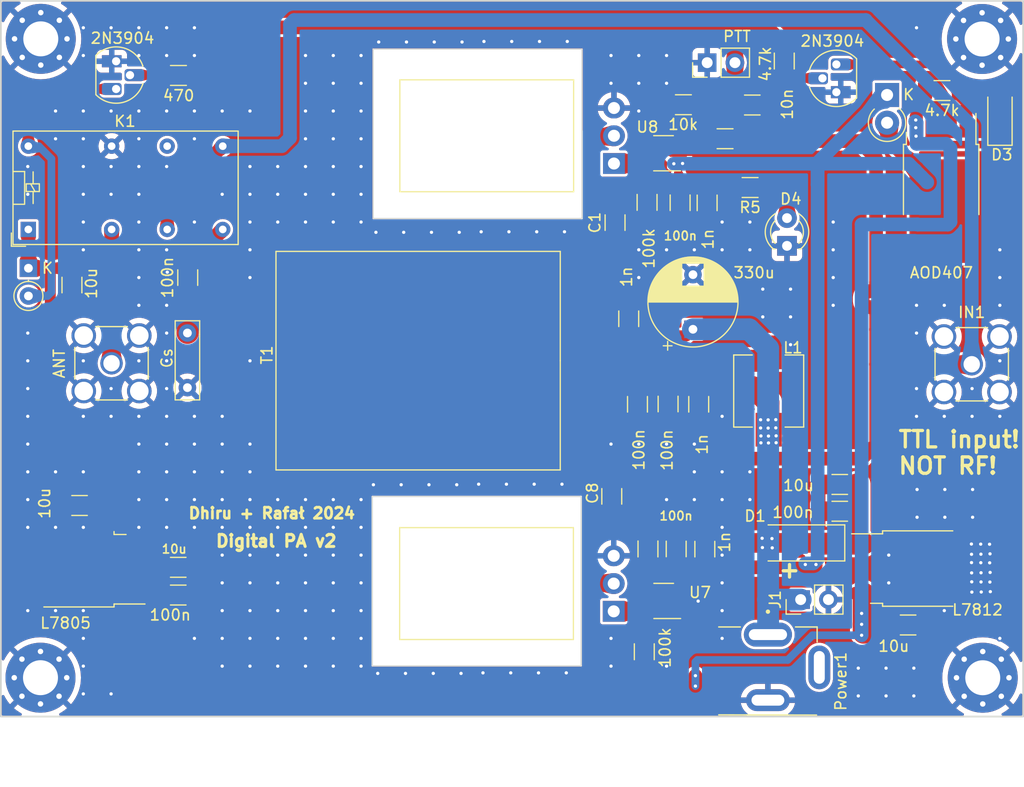
<source format=kicad_pcb>
(kicad_pcb (version 20240108) (generator "pcbnew") (generator_version "8.0")
  (title_block (date "2023-11-21") (comment 1 "VU3CER's Push-Pull PA board"))
  (layers (0 "F.Cu" signal) (31 "B.Cu" signal) (34 "B.Paste" user) (35 "F.Paste" user) (36 "B.SilkS" user "B.Silkscreen") (37 "F.SilkS" user "F.Silkscreen") (38 "B.Mask" user) (39 "F.Mask" user) (44 "Edge.Cuts" user))
  (net 0 "")
  (net 1 "GND")
  (net 2 "+5V")
  (net 3 "Net-(T1-S2)")
  (net 4 "+VDC")
  (net 5 "11.5V")
  (net 6 "Net-(D1-K)")
  (net 7 "Net-(Q3-D)")
  (net 8 "+12V")
  (net 9 "Net-(Q4-D)")
  (net 10 "Net-(Q3-G)")
  (net 11 "Net-(Q4-G)")
  (net 12 "RF_OUT")
  (net 13 "Rig1")
  (net 14 "Net-(D2-A)")
  (net 15 "ANTENNA")
  (net 17 "Net-(Q5-B)")
  (net 18 "PTT")
  (net 20 "Net-(D3-A)")
  (net 21 "Net-(Q2-B)")
  (net 22 "Net-(D4-Pad2)")
  (net 23 "Net-(D5-A)")
  (net 24 "Net-(R8-Pad1)")
  (net 25 "Net-(R9-Pad1)")
  (net 26 "Net-(T1-PM)")
  (footprint "footprints:BN-43-3312-Modded" (layer "F.Cu") (at 76.19 63.87)
    (property "Reference" "T1")
    (property "Value" "BN-43-3312, 1T+1T:3T")
  )
  (footprint "Diode_THT:D_DO-35_SOD27_P2.54mm_Vertical_KathodeUp" (layer "F.Cu") (at 40.55 55.41 -90)
    (property "Reference" "D2" (hide yes))
    (property "Value" "1N4148" (hide yes))
  )
  (footprint "Relay_THT:Relay_DPDT_Omron_G5V-2" (layer "F.Cu") (at 40.54 51.86 90)
    (property "Reference" "K1")
    (property "Value" "Omron G5V-2 / OEN 46-05-2C" (hide yes))
  )
  (footprint "Resistor_SMD:R_1206_3216Metric_Pad1.30x1.75mm_HandSolder" (layer "F.Cu") (at 97.128 49.386 90)
    (property "Reference" "R1" (hide yes))
    (property "Value" "100k")
  )
  (footprint "Package_TO_SOT_SMD:SOT-23-5_HandSoldering" (layer "F.Cu") (at 98.6325 44.89 180)
    (property "Reference" "U8")
    (property "Value" "UCC27517A" (hide yes))
  )
  (footprint "Capacitor_SMD:C_1206_3216Metric_Pad1.33x1.80mm_HandSolder" (layer "F.Cu") (at 94.2 51.2375 90)
    (property "Reference" "C1")
    (property "Value" "100p" (hide yes))
  )
  (footprint "Capacitor_SMD:C_1206_3216Metric_Pad1.33x1.80mm_HandSolder" (layer "F.Cu") (at 93.9 76.2875 -90)
    (property "Reference" "C8")
    (property "Value" "100p" (hide yes))
  )
  (footprint "MountingHole:MountingHole_3.2mm_M3_Pad_Via" (layer "F.Cu") (at 41.68 34.42)
    (property "Reference" "H1" (hide yes))
    (property "Value" "MountingHole_Pad" (hide yes))
  )
  (footprint "Resistor_SMD:R_1206_3216Metric_Pad1.30x1.75mm_HandSolder" (layer "F.Cu") (at 106.55 48.025 180)
    (property "Reference" "R5")
    (property "Value" "2k" (hide yes))
  )
  (footprint "Package_TO_SOT_SMD:SOT-23-5_HandSoldering" (layer "F.Cu") (at 98.6475 85.86 180)
    (property "Reference" "U7")
    (property "Value" "UCC27517A" (hide yes))
  )
  (footprint "Resistor_SMD:R_1206_3216Metric_Pad1.30x1.75mm_HandSolder" (layer "F.Cu") (at 124.1 39.15)
    (property "Reference" "R3" (hide yes))
    (property "Value" "4.7k")
  )
  (footprint "Capacitor_SMD:C_1206_3216Metric_Pad1.33x1.80mm_HandSolder" (layer "F.Cu") (at 114.75 75.2 180)
    (property "Reference" "C5" (hide yes))
    (property "Value" "10u")
  )
  (footprint "Capacitor_SMD:C_1206_3216Metric_Pad1.33x1.80mm_HandSolder" (layer "F.Cu") (at 114.75 77.65 180)
    (property "Reference" "C4" (hide yes))
    (property "Value" "100n")
  )
  (footprint "Diode_SMD:D_SMA_Handsoldering" (layer "F.Cu") (at 110.6975 80.55 180)
    (property "Reference" "D1")
    (property "Value" "SS54" (hide yes))
  )
  (footprint "Capacitor_SMD:C_1206_3216Metric_Pad1.33x1.80mm_HandSolder" (layer "F.Cu") (at 54.25 85.32)
    (property "Reference" "C6" (hide yes))
    (property "Value" "100n")
  )
  (footprint "Connector_Coaxial:SMA_Amphenol_901-144_Vertical" (layer "F.Cu") (at 48.15 64.11 180)
    (property "Reference" "RF1" (hide yes))
    (property "Value" "ANT")
  )
  (footprint "Connector_Coaxial:SMA_Amphenol_901-144_Vertical" (layer "F.Cu") (at 126.82 64.2)
    (property "Reference" "IN1")
    (property "Value" "Conn_Coaxial" (hide yes))
  )
  (footprint "Capacitor_SMD:C_1206_3216Metric_Pad1.33x1.80mm_HandSolder" (layer "F.Cu") (at 45.225 77.125 180)
    (property "Reference" "C11" (hide yes))
    (property "Value" "10u")
  )
  (footprint "Resistor_SMD:R_1206_3216Metric_Pad1.30x1.75mm_HandSolder" (layer "F.Cu") (at 100.45 40.45 180)
    (property "Reference" "R7" (hide yes))
    (property "Value" "10k")
  )
  (footprint "Capacitor_SMD:C_1206_3216Metric_Pad1.33x1.80mm_HandSolder" (layer "F.Cu") (at 55.12 56.27 -90)
    (property "Reference" "B5" (hide yes))
    (property "Value" "100n")
  )
  (footprint "Capacitor_SMD:C_1206_3216Metric_Pad1.33x1.80mm_HandSolder" (layer "F.Cu") (at 121 88.06)
    (property "Reference" "C9" (hide yes))
    (property "Value" "10u")
  )
  (footprint "Resistor_SMD:R_1206_3216Metric_Pad1.30x1.75mm_HandSolder" (layer "F.Cu") (at 54.27 37.77 180)
    (property "Reference" "R6" (hide yes))
    (property "Value" "470")
  )
  (footprint "Package_TO_SOT_THT:TO-92_HandSolder" (layer "F.Cu") (at 114.44 39.3 90)
    (property "Reference" "Q2" (hide yes))
    (property "Value" "2N3904")
  )
  (footprint "Package_TO_SOT_THT:TO-92_HandSolder" (layer "F.Cu") (at 48.57 36.47 -90)
    (property "Reference" "Q5" (hide yes))
    (property "Value" "2N3904")
  )
  (footprint "Resistor_SMD:R_1206_3216Metric_Pad1.30x1.75mm_HandSolder" (layer "F.Cu") (at 109.675 36.45 90)
    (property "Reference" "R4" (hide yes))
    (property "Value" "4.7k")
  )
  (footprint "Capacitor_SMD:C_1206_3216Metric_Pad1.33x1.80mm_HandSolder" (layer "F.Cu") (at 54.25 82.78)
    (property "Reference" "C2" (hide yes))
    (property "Value" "10u")
  )
  (footprint "Package_TO_SOT_SMD:TO-252-2" (layer "F.Cu") (at 45.07 82.96 180)
    (property "Reference" "U6" (hide yes))
    (property "Value" "L7805")
  )
  (footprint "Capacitor_SMD:C_1206_3216Metric_Pad1.33x1.80mm_HandSolder" (layer "F.Cu") (at 102.41 81.1175 90)
    (property "Reference" "C12" (hide yes))
    (property "Value" "1n")
  )
  (footprint "MountingHole:MountingHole_3.2mm_M3_Pad_Via" (layer "F.Cu") (at 127.827056 92.887056)
    (property "Reference" "H4" (hide yes))
    (property "Value" "MountingHole_Pad" (hide yes))
  )
  (footprint "MountingHole:MountingHole_3.2mm_M3_Pad_Via" (layer "F.Cu") (at 127.767056 34.432944)
    (property "Reference" "H2" (hide yes))
    (property "Value" "MountingHole_Pad" (hide yes))
  )
  (footprint "Capacitor_SMD:C_1206_3216Metric_Pad1.33x1.80mm_HandSolder" (layer "F.Cu") (at 102.62 49.43 -90)
    (property "Reference" "C13" (hide yes))
    (property "Value" "1n")
  )
  (footprint "Capacitor_SMD:C_1206_3216Metric_Pad1.33x1.80mm_HandSolder" (layer "F.Cu") (at 96.25 67.8625 90)
    (property "Reference" "B4" (hide yes))
    (property "Value" "100n")
  )
  (footprint "Capacitor_SMD:C_1206_3216Metric_Pad1.33x1.80mm_HandSolder" (layer "F.Cu") (at 95.45 60.0375 90)
    (property "Reference" "C15" (hide yes))
    (property "Value" "1n")
  )
  (footprint "footprints:TO-252-2-Mod" (layer "F.Cu") (at 121.975 82.895)
    (property "Reference" "U2" (hide yes))
    (property "Value" "L7812")
  )
  (footprint "Capacitor_THT:CP_Radial_D8.0mm_P5.00mm" (layer "F.Cu") (at 101.325 61 90)
    (property "Reference" "C7" (hide yes))
    (property "Value" "330u")
  )
  (footprint "MountingHole:MountingHole_3.2mm_M3_Pad_Via" (layer "F.Cu") (at 41.652944 92.882944)
    (property "Reference" "H3" (hide yes))
    (property "Value" "MountingHole_Pad" (hide yes))
  )
  (footprint "Diode_SMD:D_MiniMELF" (layer "F.Cu") (at 129.4025 41.5025 90)
    (property "Reference" "D3")
    (property "Value" "5.1V" (hide yes))
  )
  (footprint "Capacitor_THT:C_Rect_L7.0mm_W2.0mm_P5.00mm" (layer "F.Cu") (at 55.09 66.34 90)
    (property "Reference" "C10" (hide yes))
    (property "Value" "Cs")
  )
  (footprint "footprints:L_6.3x6.3_H3-Longer" (layer "F.Cu") (at 108.25 66.65 -90)
    (property "Reference" "L1")
    (property "Value" "ASPI-0630LR-2R2" (hide yes))
  )
  (footprint "Diode_THT:D_DO-41_SOD81_P2.54mm_Vertical_KathodeUp" (layer "F.Cu") (at 119.078234 39.556766 -90)
    (property "Reference" "D5" (hide yes))
    (property "Value" "1N4007" (hide yes))
  )
  (footprint "Capacitor_SMD:C_1206_3216Metric_Pad1.33x1.80mm_HandSolder" (layer "F.Cu") (at 101.85 67.8625 -90)
    (property "Reference" "C16" (hide yes))
    (property "Value" "1n")
  )
  (footprint "Capacitor_SMD:C_1206_3216Metric_Pad1.33x1.80mm_HandSolder" (layer "F.Cu") (at 99.79 81.1 -90)
    (property "Reference" "B1" (hide yes))
    (property "Value" "100n")
  )
  (footprint "footprints:TO-220-3_Horizontal_TabDown" (layer "F.Cu") (at 94.08 86.81 90)
    (property "Reference" "Q4" (hide yes))
    (property "Value" "IRF510" (hide yes))
  )
  (footprint "Connector_PinHeader_2.54mm:PinHeader_1x02_P2.54mm_Vertical" (layer "F.Cu") (at 102.625 36.6 90)
    (property "Reference" "PTT1" (hide yes))
    (property "Value" "PTT")
  )
  (footprint "Capacitor_SMD:C_1206_3216Metric_Pad1.33x1.80mm_HandSolder" (layer "F.Cu") (at 44.53 56.95 -90)
    (property "Reference" "C3" (hide yes))
    (property "Value" "10u")
  )
  (footprint "footprints:TO-252-2-Mod" (layer "F.Cu") (at 124.025 47.39 -90)
    (property "Reference" "Q1" (hide yes))
    (property "Value" "AOD407")
  )
  (footprint "Capacitor_SMD:C_1206_3216Metric_Pad1.33x1.80mm_HandSolder" (layer "F.Cu") (at 99.05 67.8375 90)
    (property "Reference" "B3" (hide yes))
    (property "Value" "100n")
  )
  (footprint "LED_THT:LED_D3.0mm" (layer "F.Cu") (at 109.925 53.365 90)
    (property "Reference" "D4")
    (property "Value" "LED_3mm" (hide yes))
  )
  (footprint "Resistor_SMD:R_1206_3216Metric_Pad1.30x1.75mm_HandSolder" (layer "F.Cu") (at 96.874 90.508 90)
    (property "Reference" "R2" (hide yes))
    (property "Value" "100k")
  )
  (footprint "Resistor_SMD:R_1206_3216Metric_Pad1.30x1.75mm_HandSolder" (layer "F.Cu") (at 104.26 43.56)
    (property "Reference" "R8" (hide yes))
    (property "Value" "3.3" (hide yes))
  )
  (footprint "footprints:TO-220-3_Horizontal_TabDown" (layer "F.Cu") (at 94.1 45.83 90)
    (property "Reference" "Q3" (hide yes))
    (property "Value" "IRF510" (hide yes))
  )
  (footprint "Resistor_SMD:R_1206_3216Metric_Pad1.30x1.75mm_HandSolder" (layer "F.Cu") (at 97.21 81.1 90)
    (property "Reference" "R9" (hide yes))
    (property "Value" "3.3" (hide yes))
  )
  (footprint "Connector_PinHeader_2.54mm:PinHeader_1x02_P2.54mm_Vertical" (layer "F.Cu") (at 111.175 85.735 90)
    (property "Reference" "J1")
    (property "Value" "FAN")
  )
  (footprint "Capacitor_SMD:C_1206_3216Metric_Pad1.33x1.80mm_HandSolder" (layer "F.Cu") (at 100.15 49.42 90)
    (property "Reference" "B2" (hide yes))
    (property "Value" "100n")
  )
  (footprint "Capacitor_SMD:C_1206_3216Metric_Pad1.33x1.80mm_HandSolder" (layer "F.Cu") (at 106.75 40.475)
    (property "Reference" "C14" (hide yes))
    (property "Value" "10n")
  )
  (footprint "footprints:XKB_DC-005-5A-2.0_Modded" (layer "F.Cu") (at 108.18 94.94 90)
    (property "Reference" "Power1")
    (property "Value" "DC-005 (Barrel Jack)" (hide yes))
  )
  (gr_rect (start 72 76.3) (end 91.1 91.8) (stroke (width 0.1)) (fill none) (layer "Edge.Cuts"))
  (gr_rect (start 38.03 30.94) (end 131.52 96.44) (stroke (width 0.15)) (fill none) (layer "Edge.Cuts"))
  (gr_rect (start 72.08 35.36) (end 91.18 50.86) (stroke (width 0.1)) (fill none) (layer "Edge.Cuts"))
  (gr_text "Digital PA v2" (at 57.56 81.02 0) (layer "F.SilkS") (effects (font (size 1.1 1.1) (thickness 0.275) (bold yes)) (justify left bottom)))
  (gr_text "TTL input!\nNOT RF!" (at 119.975 74.375 0) (layer "F.SilkS") (effects (font (size 1.5 1.5) (thickness 0.3) (bold yes)) (justify left bottom)))
  (gr_text "+" (at 111.28 83.87 0) (layer "F.SilkS") (effects (font (size 1.5 1.5) (thickness 0.3) (bold yes)) (justify left bottom mirror)))
  (gr_text "Dhiru + Rafał 2024" (at 55.07 78.42 0) (layer "F.SilkS") (effects (font (size 1 1) (thickness 0.25) (bold yes)) (justify left bottom)))
  (via (at 103.99 53.725) (size 0.6) (drill 0.3) (layers "F.Cu" "B.Cu") (net 1))
  (via (at 63.35 84.205) (size 0.6) (drill 0.3) (layers "F.Cu" "B.Cu") (net 1))
  (via (at 121.77 61.345) (size 0.6) (drill 0.3) (layers "F.Cu" "B.Cu") (net 1))
  (via (at 58.27 86.745) (size 0.6) (drill 0.3) (layers "F.Cu" "B.Cu") (net 1))
  (via (at 40.49 48.645) (size 0.6) (drill 0.3) (layers "F.Cu" "B.Cu") (net 1))
  (via (at 79.72 75.225) (size 0.6) (drill 0.3) (layers "F.Cu" "B.Cu") (net 1))
  (via (at 50.65 71.505) (size 0.6) (drill 0.3) (layers "F.Cu" "B.Cu") (net 1))
  (via (at 53.19 71.505) (size 0.6) (drill 0.3) (layers "F.Cu" "B.Cu") (net 1))
  (via (at 45.57 74.045) (size 0.6) (drill 0.3) (layers "F.Cu" "B.Cu") (net 1))
  (via (at 50.65 43.565) (size 0.6) (drill 0.3) (layers "F.Cu" "B.Cu") (net 1))
  (via (at 53.19 41.025) (size 0.6) (drill 0.3) (layers "F.Cu" "B.Cu") (net 1))
  (via (at 68.43 89.285) (size 0.6) (drill 0.3) (layers "F.Cu" "B.Cu") (net 1))
  (via (at 124.31 68.965) (size 0.6) (drill 0.3) (layers "F.Cu" "B.Cu") (net 1))
  (via (at 121.77 66.425) (size 0.6) (drill 0.3) (layers "F.Cu" "B.Cu") (net 1))
  (via (at 53.19 74.045) (size 0.6) (drill 0.3) (layers "F.Cu" "B.Cu") (net 1))
  (via (at 50.65 56.265) (size 0.6) (drill 0.3) (layers "F.Cu" "B.Cu") (net 1))
  (via (at 68.43 84.205) (size 0.6) (drill 0.3) (layers "F.Cu" "B.Cu") (net 1))
  (via (at 48.11 41.025) (size 0.6) (drill 0.3) (layers "F.Cu" "B.Cu") (net 1))
  (via (at 127.67 83.28) (size 0.6) (drill 0.3) (layers "F.Cu" "B.Cu") (net 1))
  (via (at 50.65 74.045) (size 0.6) (drill 0.3) (layers "F.Cu" "B.Cu") (net 1))
  (via (at 63.35 48.645) (size 0.6) (drill 0.3) (layers "F.Cu" "B.Cu") (net 1))
  (via (at 45.57 63.885) (size 0.6) (drill 0.3) (layers "F.Cu" "B.Cu") (net 1))
  (via (at 53.19 79.125) (size 0.6) (drill 0.3) (layers "F.Cu" "B.Cu") (net 1))
  (via (at 58.27 79.125) (size 0.6) (drill 0.3) (layers "F.Cu" "B.Cu") (net 1))
  (via (at 107.71 57.325) (size 0.6) (drill 0.3) (layers "F.Cu" "B.Cu") (net 1))
  (via (at 127.64 80.66) (size 0.6) (drill 0.3) (layers "F.Cu" "B.Cu") (net 1))
  (via (at 77.575 92.49) (size 0.6) (drill 0.3) (layers "F.Cu" "B.Cu") (net 1))
  (via (at 65.89 79.125) (size 0.6) (drill 0.3) (layers "F.Cu" "B.Cu") (net 1))
  (via (at 103.99 74.045) (size 0.6) (drill 0.3) (layers "F.Cu" "B.Cu") (net 1))
  (via (at 93.83 91.825) (size 0.6) (drill 0.3) (layers "F.Cu" "B.Cu") (net 1))
  (via (at 106.53 51.185) (size 0.6) (drill 0.3) (layers "F.Cu" "B.Cu") (net 1))
  (via (at 84.75 34.66) (size 0.6) (drill 0.3) (layers "F.Cu" "B.Cu") (net 1))
  (via (at 53.19 61.345) (size 0.6) (drill 0.3) (layers "F.Cu" "B.Cu") (net 1))
  (via (at 53.19 63.885) (size 0.6) (drill 0.3) (layers "F.Cu" "B.Cu") (net 1))
  (via (at 68.43 81.665) (size 0.6) (drill 0.3) (layers "F.Cu" "B.Cu") (net 1))
  (via (at 93.83 38.485) (size 0.6) (drill 0.3) (layers "F.Cu" "B.Cu") (net 1))
  (via (at 118.985 92.01) (size 0.6) (drill 0.3) (layers "F.Cu" "B.Cu") (net 1))
  (via (at 121.77 68.965) (size 0.6) (drill 0.3) (layers "F.Cu" "B.Cu") (net 1))
  (via (at 60.81 56.265) (size 0.6) (drill 0.3) (layers "F.Cu" "B.Cu") (net 1))
  (via (at 128.52 85.01) (size 0.6) (drill 0.3) (layers "F.Cu" "B.Cu") (net 1))
  (via (at 58.27 41.025) (size 0.6) (drill 0.3) (layers "F.Cu" "B.Cu") (net 1))
  (via (at 48.11 94.365) (size 0.6) (drill 0.3) (layers "F.Cu" "B.Cu") (net 1))
  (via (at 127.67 84.12) (size 0.6) (drill 0.3) (layers "F.Cu" "B.Cu") (net 1))
  (via (at 65.89 43.565) (size 0.6) (drill 0.3) (layers "F.Cu" "B.Cu") (net 1))
  (via (at 126.82 84.11) (size 0.6) (drill 0.3) (layers "F.Cu" "B.Cu") (net 1))
  (via (at 126.85 68.965) (size 0.6) (drill 0.3) (layers "F.Cu" "B.Cu") (net 1))
  (via (at 50.65 53.725) (size 0.6) (drill 0.3) (layers "F.Cu" "B.Cu") (net 1))
  (via (at 50.65 48.645) (size 0.6) (drill 0.3) (layers "F.Cu" "B.Cu") (net 1))
  (via (at 128.46 82.37) (size 0.6) (drill 0.3) (layers "F.Cu" "B.Cu") (net 1))
  (via (at 63.35 51.185) (size 0.6) (drill 0.3) (layers "F.Cu" "B.Cu") (net 1))
  (via (at 126.83 85.05) (size 0.6) (drill 0.3) (layers "F.Cu" "B.Cu") (net 1))
  (via (at 58.27 91.825) (size 0.6) (drill 0.3) (layers "F.Cu" "B.Cu") (net 1))
  (via (at 121.525 92.01) (size 0.6) (drill 0.3) (layers "F.Cu" "B.Cu") (net 1))
  (via (at 50.65 68.965) (size 0.6) (drill 0.3) (layers "F.Cu" "B.Cu") (net 1))
  (via (at 45.57 86.745) (size 0.6) (drill 0.3) (layers "F.Cu" "B.Cu") (net 1))
  (via (at 68.43 35.945) (size 0.6) (drill 0.3) (layers "F.Cu" "B.Cu") (net 1))
  (via (at 82.21 34.66) (size 0.6) (drill 0.3) (layers "F.Cu" "B.Cu") (net 1))
  (via (at 70.97 86.745) (size 0.6) (drill 0.3) (layers "F.Cu" "B.Cu") (net 1))
  (via (at 70.97 91.825) (size 0.6) (drill 0.3) (layers "F.Cu" "B.Cu") (net 1))
  (via (at 110.25 62.405) (size 0.6) (drill 0.3) (layers "F.Cu" "B.Cu") (net 1))
  (via (at 103.99 86.745) (size 0.6) (drill 0.3) (layers "F.Cu" "B.Cu") (net 1))
  (via (at 48.11 68.965) (size 0.6) (drill 0.3) (layers "F.Cu" "B.Cu") (net 1))
  (via (at 55.73 35.945) (size 0.6) (drill 0.3) (layers "F.Cu" "B.Cu") (net 1))
  (via (at 89.575 52.075) (size 0.6) (drill 0.3) (layers "F.Cu" "B.Cu") (net 1))
  (via (at 40.49 68.965) (size 0.6) (drill 0.3) (layers "F.Cu" "B.Cu") (net 1))
  (via (at 128.45 80.67) (size 0.6) (drill 0.3) (layers "F.Cu" "B.Cu") (net 1))
  (via (at 40.49 71.505) (size 0.6) (drill 0.3) (layers "F.Cu" "B.Cu") (net 1))
  (via (at 126.8 81.59) (size 0.6) (drill 0.3) (layers "F.Cu" "B.Cu") (net 1))
  (via (at 65.89 35.945) (size 0.6) (drill 0.3) (layers "F.Cu" "B.Cu") (net 1))
  (via (at 68.43 41.025) (size 0.6) (drill 0.3) (layers "F.Cu" "B.Cu") (net 1))
  (via (at 127.65 82.36) (size 0.6) (drill 0.3) (layers "F.Cu" "B.Cu") (net 1))
  (via (at 65.89 48.645) (size 0.6) (drill 0.3) (layers "F.Cu" "B.Cu") (net 1))
  (via (at 70.97 38.485) (size 0.6) (drill 0.3) (layers "F.Cu" "B.Cu") (net 1))
  (via (at 48.11 33.405) (size 0.6) (drill 0.3) (layers "F.Cu" "B.Cu") (net 1))
  (via (at 98.91 53.725) (size 0.6) (drill 0.3) (layers "F.Cu" "B.Cu") (net 1))
  (via (at 68.43 86.745) (size 0.6) (drill 0.3) (layers "F.Cu" "B.Cu") (net 1))
  (via (at 65.89 51.185) (size 0.6) (drill 0.3) (layers "F.Cu" "B.Cu") (net 1))
  (via (at 127.66 81.58) (size 0.6) (drill 0.3) (layers "F.Cu" "B.Cu") (net 1))
  (via (at 53.19 33.405) (size 0.6) (drill 0.3) (layers "F.Cu" "B.Cu") (net 1))
  (via (at 45.57 43.565) (size 0.6) (drill 0.3) (layers "F.Cu" "B.Cu") (net 1))
  (via (at 93.83 71.505) (size 0.6) (drill 0.3) (layers "F.Cu" "B.Cu") (net 1))
  (via (at 40.49 79.125) (size 0.6) (drill 0.3) (layers "F.Cu" "B.Cu") (net 1))
  (via (at 96.37 71.505) (size 0.6) (drill 0.3) (layers "F.Cu" "B.Cu") (net 1))
  (via (at 65.89 84.205) (size 0.6) (drill 0.3) (layers "F.Cu" "B.Cu") (net 1))
  (via (at 127.69 85.04) (size 0.6) (drill 0.3) (layers "F.Cu" "B.Cu") (net 1))
  (via (at 65.89 86.745) (size 0.6) (drill 0.3) (layers "F.Cu" "B.Cu") (net 1))
  (via (at 101.45 71.505) (size 0.6) (drill 0.3) (layers "F.Cu" "B.Cu") (net 1))
  (via (at 40.49 66.425) (size 0.6) (drill 0.3) (layers "F.Cu" "B.Cu") (net 1))
  (via (at 70.97 51.185) (size 0.6) (drill 0.3) (layers "F.Cu" "B.Cu") (net 1))
  (via (at 43.03 86.745) (size 0.6) (drill 0.3) (layers "F.Cu" "B.Cu") (net 1))
  (via (at 128.48 84.13) (size 0.6) (drill 0.3) (layers "F.Cu" "B.Cu") (net 1))
  (via (at 60.81 71.505) (size 0.6) (drill 0.3) (layers "F.Cu" "B.Cu") (net 1))
  (via (at 98.91 91.825) (size 0.6) (drill 0.3) (layers "F.Cu" "B.Cu") (net 1))
  (via (at 103.99 89.285) (size 0.6) (drill 0.3) (layers "F.Cu" "B.Cu") (net 1))
  (via (at 60.81 48.645) (size 0.6) (drill 0.3) (layers "F.Cu" "B.Cu") (net 1))
  (via (at 124.36 78.2) (size 0.6) (drill 0.3) (layers "F.Cu" "B.Cu") (net 1))
  (via (at 126.85 66.425) (size 0.6) (drill 0.3) (layers "F.Cu" "B.Cu") (net 1))
  (via (at 40.49 46.105) (size 0.6) (drill 0.3) (layers "F.Cu" "B.Cu") (net 1))
  (via (at 50.65 41.025) (size 0.6) (drill 0.3) (layers "F.Cu" "B.Cu") (net 1))
  (via (at 65.89 41.025) (size 0.6) (drill 0.3) (layers "F.Cu" "B.Cu") (net 1))
  (via (at 50.65 76.585) (size 0.6) (drill 0.3) (layers "F.Cu" "B.Cu") (net 1))
  (via (at 89.74 92.44) (size 0.6) (drill 0.3) (layers "F.Cu" "B.Cu") (net 1))
  (via (at 50.65 79.125) (size 0.6) (drill 0.3) (layers "F.Cu" "B.Cu") (net 1))
  (via (at 98.91 38.485) (size 0.6) (drill 0.3) (layers "F.Cu" "B.Cu") (net 1))
  (via (at 72.1 75.225) (size 0.6) (drill 0.3) (layers "F.Cu" "B.Cu") (net 1))
  (via (at 43.03 41.025) (size 0.6) (drill 0.3) (layers "F.Cu" "B.Cu") (net 1))
  (via (at 40.49 86.745) (size 0.6) (drill 0.3) (layers "F.Cu" "B.Cu") (net 1))
  (via (at 70.97 43.565) (size 0.6) (drill 0.3) (layers "F.Cu" "B.Cu") (net 1))
  (via (at 84.66 92.44) (size 0.6) (drill 0.3) (layers "F.Cu" "B.Cu") (net 1))
  (via (at 118.985 94.55) (size 0.6) (drill 0.3) (layers "F.Cu" "B.Cu") (net 1))
  (via (at 63.35 76.585) (size 0.6) (drill 0.3) (layers "F.Cu" "B.Cu") (net 1))
  (via (at 103.99 79.125) (size 0.6) (drill 0.3) (layers "F.Cu" "B.Cu") (net 1))
  (via (at 50.65 35.945) (size 0.6) (drill 0.3) (layers "F.Cu" "B.Cu") (net 1))
  (via (at 119.23 84.205) (size 0.6) (drill 0.3) (layers "F.Cu" "B.Cu") (net 1))
  (via (at 114.15 56.265) (size 0.6) (drill 0.3) (layers "F.Cu" "B.Cu") (net 1))
  (via (at 93.83 35.945) (size 0.6) (drill 0.3) (layers "F.Cu" "B.Cu") (net 1))
  (via (at 68.43 91.825) (size 0.6) (drill 0.3) (layers "F.Cu" "B.Cu") (net 1))
  (via (at 103.99 84.205) (size 0.6) (drill 0.3) (layers "F.Cu" "B.Cu") (net 1))
  (via (at 114.15 51.185) (size 0.6) (drill 0.3) (layers "F.Cu" "B.Cu") (net 1))
  (via (at 53.19 46.105) (size 0.6) (drill 0.3) (layers "F.Cu" "B.Cu") (net 1))
  (via (at 58.27 74.045) (size 0.6) (drill 0.3) (layers "F.Cu" "B.Cu") (net 1))
  (via (at 80.205 34.71) (size 0.6) (drill 0.3) (layers "F.Cu" "B.Cu") (net 1))
  (via (at 55.73 71.505) (size 0.6) (drill 0.3) (layers "F.Cu" "B.Cu") (net 1))
  (via (at 82.12 92.44) (size 0.6) (drill 0.3) (layers "F.Cu" "B.Cu") (net 1))
  (via (at 129.39 63.885) (size 0.6) (drill 0.3) (layers "F.Cu" "B.Cu") (net 1))
  (via (at 98.91 71.505) (size 0.6) (drill 0.3) (layers "F.Cu" "B.Cu") (net 1))
  (via (at 45.57 35.945) (size 0.6) (drill 0.3) (layers "F.Cu" "B.Cu") (net 1))
  (via (at 81.725 75.175) (size 0.6) (drill 0.3) (layers "F.Cu" "B.Cu") (net 1))
  (via (at 40.49 63.885) (size 0.6) (drill 0.3) (layers "F.Cu" "B.Cu") (net 1))
  (via (at 107.71 59.865) (size 0.6) (drill 0.3) (layers "F.Cu" "B.Cu") (net 1))
  (via (at 121.82 75.66) (size 0.6) (drill 0.3) (layers "F.Cu" "B.Cu") (net 1))
  (via (at 74.87 52.125) (size 0.6) (drill 0.3) (layers "F.Cu" "B.Cu") (net 1))
  (via (at 72.495 92.49) (size 0.6) (drill 0.3) (layers "F.Cu" "B.Cu") (net 1))
  (via (at 40.49 61.345) (size 0.6) (drill 0.3) (layers "F.Cu" "B.Cu") (net 1))
  (via (at 45.57 91.825) (size 0.6) (drill 0.3) (layers "F.Cu" "B.Cu") (net 1))
  (via (at 65.89 38.485) (size 0.6) (drill 0.3) (layers "F.Cu" "B.Cu") (net 1))
  (via (at 45.57 53.725) (size 0.6) (drill 0.3) (layers "F.Cu" "B.Cu") (net 1))
  (via (at 124.36 75.66) (size 0.6) (drill 0.3) (layers "F.Cu" "B.Cu") (net 1))
  (via (at 80.115 92.49) (size 0.6) (drill 0.3) (layers "F.Cu" "B.Cu") (net 1))
  (via (at 74.64 75.225) (size 0.6) (drill 0.3) (layers "F.Cu" "B.Cu") (net 1))
  (via (at 126.9 78.2) (size 0.6) (drill 0.3) (layers "F.Cu" "B.Cu") (net 1))
  (via (at 65.89 89.285) (size 0.6) (drill 0.3) (layers "F.Cu" "B.Cu") (net 1))
  (via (at 50.65 58.805) (size 0.6) (drill 0.3) (layers "F.Cu" "B.Cu") (net 1))
  (via (at 43.03 79.125) (size 0.6) (drill 0.3) (layers "F.Cu" "B.Cu") (net 1))
  (via (at 101.45 74.045) (size 0.6) (drill 0.3) (layers "F.Cu" "B.Cu") (net 1))
  (via (at 60.81 53.725) (size 0.6) (drill 0.3) (layers "F.Cu" "B.Cu") (net 1))
  (via (at 77.18 75.225) (size 0.6) (drill 0.3) (layers "F.Cu" "B.Cu") (net 1))
  (via (at 60.81 86.745) (size 0.6) (drill 0.3) (layers "F.Cu" "B.Cu") (net 1))
  (via (at 58.27 89.285) (size 0.6) (drill 0.3) (layers "F.Cu" "B.Cu") (net 1))
  (via (at 126.79 80.65) (size 0.6) (drill 0.3) (layers "F.Cu" "B.Cu") (net 1))
  (via (at 106.53 74.045) (size 0.6) (drill 0.3) (layers "F.Cu" "B.Cu") (net 1))
  (via (at 129.39 68.965) (size 0.6) (drill 0.3) (layers "F.Cu" "B.Cu") (net 1))
  (via (at 60.81 84.205) (size 0.6) (drill 0.3) (layers "F.Cu" "B.Cu") (net 1))
  (via (at 103.99 51.185) (size 0.6) (drill 0.3) (layers "F.Cu" "B.Cu") (net 1))
  (via (at 103.99 68.965) (size 0.6) (drill 0.3) (layers "F.Cu" "B.Cu") (net 1))
  (via (at 68.43 38.485) (size 0.6) (drill 0.3) (layers "F.Cu" "B.Cu") (net 1))
  (via (at 119.23 81.665) (size 0.6) (drill 0.3) (layers "F.Cu" "B.Cu") (net 1))
  (via (at 58.27 81.665) (size 0.6) (drill 0.3) (layers "F.Cu" "B.Cu") (net 1))
  (via (at 70.97 89.285) (size 0.6) (drill 0.3) (layers "F.Cu" "B.Cu") (net 1))
  (via (at 45.57 48.645) (size 0.6) (drill 0.3) (layers "F.Cu" "B.Cu") (net 1))
  (via (at 129.39 53.725) (size 0.6) (drill 0.3) (layers "F.Cu" "B.Cu") (net 1))
  (via (at 53.19 68.965) (size 0.6) (drill 0.3) (layers "F.Cu" "B.Cu") (net 1))
  (via (at 114.15 53.725) (size 0.6) (drill 0.3) (layers "F.Cu" "B.Cu") (net 1))
  (via (at 63.35 79.125) (size 0.6) (drill 0.3) (layers "F.Cu" "B.Cu") (net 1))
  (via (at 65.89 46.105) (size 0.6) (drill 0.3) (layers "F.Cu" "B.Cu") (net 1))
  (via (at 96.37 41.025) (size 0.6) (drill 0.3) (layers "F.Cu" "B.Cu") (net 1))
  (via (at 65.89 91.825) (size 0.6) (drill 0.3) (layers "F.Cu" "B.Cu") (net 1))
  (via (at 55.73 76.585) (size 0.6) (drill 0.3) (layers "F.Cu" "B.Cu") (net 1))
  (via (at 63.35 86.745) (size 0.6) (drill 0.3) (layers "F.Cu" "B.Cu") (net 1))
  (via (at 63.35 91.825) (size 0.6) (drill 0.3) (layers "F.Cu" "B.Cu") (net 1))
  (via (at 121.77 58.805) (size 0.6) (drill 0.3) (layers "F.Cu" "B.Cu") (net 1))
  (via (at 60.81 89.285) (size 0.6) (drill 0.3) (layers "F.Cu" "B.Cu") (net 1))
  (via (at 60.81 51.185) (size 0.6) (drill 0.3) (layers "F.Cu" "B.Cu") (net 1))
  (via (at 50.65 63.885) (size 0.6) (drill 0.3) (layers "F.Cu" "B.Cu") (net 1))
  (via (at 45.57 68.965) (size 0.6) (drill 0.3) (layers "F.Cu" "B.Cu") (net 1))
  (via (at 116.445 94.55) (size 0.6) (drill 0.3) (layers "F.Cu" "B.Cu") (net 1))
  (via (at 58.27 76.585) (size 0.6) (drill 0.3) (layers "F.Cu" "B.Cu") (net 1))
  (via (at 84.495 52.075) (size 0.6) (drill 0.3) (layers "F.Cu" "B.Cu") (net 1))
  (via (at 89.345 75.175) (size 0.6) (drill 0.3) (layers "F.Cu" "B.Cu") (net 1))
  (via (at 103.99 81.665) (size 0.6) (drill 0.3) (layers "F.Cu" "B.Cu") (net 1))
  (via (at 70.97 46.105) (size 0.6) (drill 0.3) (layers "F.Cu" "B.Cu") (net 1))
  (via (at 124.31 58.805) (size 0.6) (drill 0.3) (layers "F.Cu" "B.Cu") (net 1))
  (via (at 58.27 48.645) (size 0.6) (drill 0.3) (layers "F.Cu" "B.Cu") (net 1))
  (via (at 81.955 52.075) (size 0.6) (drill 0.3) (layers "F.Cu" "B.Cu") (net 1))
  (via (at 96.37 38.485) (size 0.6) (drill 0.3) (layers "F.Cu" "B.Cu") (net 1))
  (via (at 53.19 58.805) (size 0.6) (drill 0.3) (layers "F.Cu" "B.Cu") (net 1))
  (via (at 70.97 81.665) (size 0.6) (drill 0.3) (layers "F.Cu" "B.Cu") (net 1))
  (via (at 43.03 43.565) (size 0.6) (drill 0.3) (layers "F.Cu" "B.Cu") (net 1))
  (via (at 58.27 84.205) (size 0.6) (drill 0.3) (layers "F.Cu" "B.Cu") (net 1))
  (via (at 70.97 76.585) (size 0.6) (drill 0.3) (layers "F.Cu" "B.Cu") (net 1))
  (via (at 60.81 46.105) (size 0.6) (drill 0.3) (layers "F.Cu" "B.Cu") (net 1))
  (via (at 53.19 66.425) (size 0.6) (drill 0.3) (layers "F.Cu" "B.Cu") (net 1))
  (via (at 75.035 92.49) (size 0.6) (drill 0.3) (layers "F.Cu" "B.Cu") (net 1))
  (via (at 60.81 41.025) (size 0.6) (drill 0.3) (layers "F.Cu" "B.Cu") (net 1))
  (via (at 58.27 71.505) (size 0.6) (drill 0.3) (layers "F.Cu" "B.Cu") (net 1))
  (via (at 124.31 86.745) (size 0.6) (drill 0.3) (layers "F.Cu" "B.Cu") (net 1))
  (via (at 93.83 89.285) (size 0.6) (drill 0.3) (layers "F.Cu" "B.Cu") (net 1))
  (via (at 110.25 57.325) (size 0.6) (drill 0.3) (layers "F.Cu" "B.Cu") (net 1))
  (via (at 72.585 34.71) (size 0.6) (drill 0.3) (layers "F.Cu" "B.Cu") (net 1))
  (via (at 50.65 51.185) (size 0.6) (drill 0.3) (layers "F.Cu" "B.Cu") (net 1))
  (via (at 77.41 52.125) (size 0.6) (drill 0.3) (layers "F.Cu" "B.Cu") (net 1))
  (via (at 96.37 35.945) (size 0.6) (drill 0.3) (layers "F.Cu" "B.Cu") (net 1))
  (via (at 55.73 41.025) (size 0.6) (drill 0.3) (layers "F.Cu" "B.Cu") (net 1))
  (via (at 70.97 41.025) (size 0.6) (drill 0.3) (layers "F.Cu" "B.Cu") (net 1))
  (via (at 65.89 81.665) (size 0.6) (drill 0.3) (layers "F.Cu" "B.Cu") (net 1))
  (via (at 126.81 83.29) (size 0.6) (drill 0.3) (layers "F.Cu" "B.Cu") (net 1))
  (via (at 70.97 79.125) (size 0.6) (drill 0.3) (layers "F.Cu" "B.Cu") (net 1))
  (via (at 53.19 35.945) (size 0.6) (drill 0.3) (layers "F.Cu" "B.Cu") (net 1))
  (via (at 68.43 51.185) (size 0.6) (drill 0.3) (layers "F.Cu" "B.Cu") (net 1))
  (via (at 98.91 76.585) (size 0.6) (drill 0.3) (layers "F.Cu" "B.Cu") (net 1))
  (via (at 50.65 46.105) (size 0.6) (drill 0.3) (layers "F.Cu" "B.Cu") (net 1))
  (via (at 55.73 33.405) (size 0.6) (drill 0.3) (layers "F.Cu" "B.Cu") (net 1))
  (via (at 55.73 51.185) (size 0.6) (drill 0.3) (layers "F.Cu" "B.Cu") (net 1))
  (via (at 50.65 33.405) (size 0.6) (drill 0.3) (layers "F.Cu" "B.Cu") (net 1))
  (via (at 70.97 35.945) (size 0.6) (drill 0.3) (layers "F.Cu" "B.Cu") (net 1))
  (via (at 101.45 76.585) (size 0.6) (drill 0.3) (layers "F.Cu" "B.Cu") (net 1))
  (via (at 45.57 33.405) (size 0.6) (drill 0.3) (layers "F.Cu" "B.Cu") (net 1))
  (via (at 60.81 91.825) (size 0.6) (drill 0.3) (layers "F.Cu" "B.Cu") (net 1))
  (via (at 68.43 43.565) (size 0.6) (drill 0.3) (layers "F.Cu" "B.Cu") (net 1))
  (via (at 129.39 89.285) (size 0.6) (drill 0.3) (layers "F.Cu" "B.Cu") (net 1))
  (via (at 128.5 83.25) (size 0.6) (drill 0.3) (layers "F.Cu" "B.Cu") (net 1))
  (via (at 55.73 74.045) (size 0.6) (drill 0.3) (layers "F.Cu" "B.Cu") (net 1))
  (via (at 45.57 51.185) (size 0.6) (drill 0.3) (layers "F.Cu" "B.Cu") (net 1))
  (via (at 129.39 56.265) (size 0.6) (drill 0.3) (layers "F.Cu" "B.Cu") (net 1))
  (via (at 89.83 34.66) (size 0.6) (drill 0.3) (layers "F.Cu" "B.Cu") (net 1))
  (via (at 86.805 75.175) (size 0.6) (drill 0.3) (layers "F.Cu" "B.Cu") (net 1))
  (via (at 84.265 75.175) (size 0.6) (drill 0.3) (layers "F.Cu" "B.Cu") (net 1))
  (via (at 77.665 34.71) (size 0.6) (drill 0.3) (layers "F.Cu" "B.Cu") (net 1))
  (via (at 48.11 46.105) (size 0.6) (drill 0.3) (layers "F.Cu" "B.Cu") (net 1))
  (via (at 101.45 53.725) (size 0.6) (drill 0.3) (layers "F.Cu" "B.Cu") (net 1))
  (via (at 53.19 76.585) (size 0.6) (drill 0.3) (layers "F.Cu" "B.Cu") (net 1))
  (via (at 45.57 79.125) (size 0.6) (drill 0.3) (layers "F.Cu" "B.Cu") (net 1))
  (via (at 53.19 53.725) (size 0.6) (drill 0.3) (layers "F.Cu" "B.Cu") (net 1))
  (via (at 63.35 46.105) (size 0.6) (drill 0.3) (layers "F.Cu" "B.Cu") (net 1))
  (via (at 45.57 41.025) (size 0.6) (drill 0.3) (layers "F.Cu" "B.Cu") (net 1))
  (via (at 106.53 76.585) (size 0.6) (drill 0.3) (layers "F.Cu" "B.Cu") (net 1))
  (via (at 96.37 56.265) (size 0.6) (drill 0.3) (layers "F.Cu" "B.Cu") (net 1))
  (via (at 58.27 68.965) (size 0.6) (drill 0.3) (layers "F.Cu" "B.Cu") (net 1))
  (via (at 55.73 43.565) (size 0.6) (drill 0.3) (layers "F.Cu" "B.Cu") (net 1))
  (via (at 55.73 79.125) (size 0.6) (drill 0.3) (layers "F.Cu" "B.Cu") (net 1))
  (via (at 63.35 89.285) (size 0.6) (drill 0.3) (layers "F.Cu" "B.Cu") (net 1))
  (via (at 60.81 79.125) (size 0.6) (drill 0.3) (layers "F.Cu" "B.Cu") (net 1))
  (via (at 126.9 75.66) (size 0.6) (drill 0.3) (layers "F.Cu" "B.Cu") (net 1))
  (via (at 40.49 74.045) (size 0.6) (drill 0.3) (layers "F.Cu" "B.Cu") (net 1))
  (via (at 116.445 92.01) (size 0.6) (drill 0.3) (layers "F.Cu" "B.Cu") (net 1))
  (via (at 106.53 53.725) (size 0.6) (drill 0.3) (layers "F.Cu" "B.Cu") (net 1))
  (via (at 48.11 66.425) (size 0.6) (drill 0.3) (layers "F.Cu" "B.Cu") (net 1))
  (via (at 55.73 89.285) (size 0.6) (drill 0.3) (layers "F.Cu" "B.Cu") (net 1))
  (via (at 68.43 76.585) (size 0.6) (drill 0.3) (layers "F.Cu" "B.Cu") (net 1))
  (via (at 68.43 79.125) (size 0.6) (drill 0.3) (layers "F.Cu" "B.Cu") (net 1))
  (via (at 87.29 34.66) (size 0.6) (drill 0.3) (layers "F.Cu" "B.Cu") (net 1))
  (via (at 45.57 89.285) (size 0.6) (drill 0.3) (layers "F.Cu" "B.Cu") (net 1))
  (via (at 121.82 78.2) (size 0.6) (drill 0.3) (layers "F.Cu" "B.Cu") (net 1))
  (via (at 43.03 74.045) (size 0.6) (drill 0.3) (layers "F.Cu" "B.Cu") (net 1))
  (via (at 48.11 48.645) (size 0.6) (drill 0.3) (layers "F.Cu" "B.Cu") (net 1))
  (via (at 103.99 76.585) (size 0.6) (drill 0.3) (layers "F.Cu" "B.Cu") (net 1))
  (via (at 40.49 76.585) (size 0.6) (drill 0.3) (layers "F.Cu" "B.Cu") (net 1))
  (via (at 75.125 34.71) (size 0.6) (drill 0.3) (layers "F.Cu" "B.Cu") (net 1))
  (via (at 68.43 46.105) (size 0.6) (drill 0.3) (layers "F.Cu" "B.Cu") (net 1))
  (via (at 79.95 52.125) (size 0.6) (drill 0.3) (layers "F.Cu" "B.Cu") (net 1))
  (via (at 114.15 58.805) (size 0.6) (drill 0.3) (layers "F.Cu" "B.Cu") (net 1))
  (via (at 110.25 59.865) (size 0.6) (drill 0.3) (layers "F.Cu" "B.Cu") (net 1))
  (via (at 60.81 76.585) (size 0.6) (drill 0.3) (layers "F.Cu" "B.Cu") (net 1))
  (via (at 72.33 52.125) (size 0.6) (drill 0.3) (layers "F.Cu" "B.Cu") (net 1))
  (via (at 60.81 63.885) (size 0.6) (drill 0.3) (layers "F.Cu" "B.Cu") (net 1))
  (via (at 68.43 48.645) (size 0.6) (drill 0.3) (layers "F.Cu" "B.Cu") (net 1))
  (via (at 45.57 94.365) (size 0.6) (drill 0.3) (layers "F.Cu" "B.Cu") (net 1))
  (via (at 65.89 76.585) (size 0.6) (drill 0.3) (layers "F.Cu" "B.Cu") (net 1))
  (via (at 129.39 58.805) (size 0.6) (drill 0.3) (layers "F.Cu" "B.Cu") (net 1))
  (via (at 55.73 68.965) (size 0.6) (drill 0.3) (layers "F.Cu" "B.Cu") (net 1))
  (via (at 70.97 48.645) (size 0.6) (drill 0.3) (layers "F.Cu" "B.Cu") (net 1))
  (via (at 121.77 33.405) (size 0.6) (drill 0.3) (layers "F.Cu" "B.Cu") (net 1))
  (via (at 60.81 74.045) (size 0.6) (drill 0.3) (layers "F.Cu" "B.Cu") (net 1))
  (via (at 70.97 84.205) (size 0.6) (drill 0.3) (layers "F.Cu" "B.Cu") (net 1))
  (via (at 98.91 35.945) (size 0.6) (drill 0.3) (layers "F.Cu" "B.Cu") (net 1))
  (via (at 87.2 92.44) (size 0.6) (drill 0.3) (layers "F.Cu" "B.Cu") (net 1))
  (via (at 53.25 55.77) (size 0.6) (drill 0.3) (layers "F.Cu" "B.Cu") (net 1))
  (via (at 126.8 82.35) (size 0.6) (drill 0.3) (layers "F.Cu" "B.Cu") (net 1))
  (via (at 60.81 81.665) (size 0.6) (drill 0.3) (layers "F.Cu" "B.Cu") (net 1))
  (via (at 45.57 46.105) (size 0.6) (drill 0.3) (layers "F.Cu" "B.Cu") (net 1))
  (via (at 63.35 81.665) (size 0.6) (drill 0.3) (layers "F.Cu" "B.Cu") (net 1))
  (via (at 96.37 53.725) (size 0.6) (drill 0.3) (layers "F.Cu" "B.Cu") (net 1))
  (via (at 121.525 94.55) (size 0.6) (drill 0.3) (layers "F.Cu" "B.Cu") (net 1))
  (via (at 87.035 52.075) (size 0.6) (drill 0.3) (layers "F.Cu" "B.Cu") (net 1))
  (via (at 128.49 81.55) (size 0.6) (drill 0.3) (layers "F.Cu" "B.Cu") (net 1))
  (via (at 101.8 85.875) (size 0.6) (drill 0.3) (layers "F.Cu" "B.Cu") (net 1))
  (segment (start 48.5525 77.125) (end 48.5525 80) (width 1) (layer "F.Cu") (net 2))
  (segment (start 40.55 55.41) (end 40.55 51.87) (width 1) (layer "F.Cu") (net 2))
  (segment (start 50.11 80.68) (end 48.5575 80.68) (width 1) (layer "F.Cu") (net 2))
  (segment (start 48.5525 72.2125) (end 48.5525 80) (width 1) (layer "F.Cu") (net 2))
  (segment (start 48.5525 80) (end 48.5525 80.685) (width 1) (layer "F.Cu") (net 2))
  (segment (start 42.55 55.41) (end 44.5075 55.41) (width 1) (layer "F.Cu") (net 2))
  (segment (start 48.5525 77.125) (end 46.7875 77.125) (width 1) (layer "F.Cu") (net 2))
  (segment (start 42.55 55.41) (end 42.55 71.02) (width 1) (layer "F.Cu") (net 2))
  (segment (start 40.55 55.41) (end 42.55 55.41) (width 1) (layer "F.Cu") (net 2))
  (segment (start 48.5575 80.68) (end 48.5525 80.685) (width 1) (layer "F.Cu") (net 2))
  (segment (start 42.55 71.02) (end 47.36 71.02) (width 1) (layer "F.Cu") (net 2))
  (segment (start 47.36 71.02) (end 48.5525 72.2125) (width 1) (layer "F.Cu") (net 2))
  (segment (start 55.12 57.8325) (end 55.12 59.03) (width 2) (layer "F.Cu") (net 3))
  (segment (start 55.12 59.03) (end 55.12 61.31) (width 2) (layer "F.Cu") (net 3))
  (segment (start 55.12 61.31) (end 55.09 61.34) (width 2) (layer "F.Cu") (net 3))
  (segment (start 55.28 58.87) (end 55.12 59.03) (width 2) (layer "F.Cu") (net 3))
  (segment (start 57.69 58.87) (end 55.28 58.87) (width 2) (layer "F.Cu") (net 3))
  (segment (start 102.95 66.3) (end 106.81 66.3) (width 2) (layer "F.Cu") (net 4))
  (segment (start 108.23 67.72) (end 108.23 70.77) (width 2) (layer "F.Cu") (net 4))
  (segment (start 100.725 61.6) (end 101.325 61) (width 1) (layer "F.Cu") (net 4))
  (segment (start 101.85 66.3) (end 102.95 66.3) (width 2) (layer "F.Cu") (net 4))
  (segment (start 95.45 61.6) (end 100.725 61.6) (width 1) (layer "F.Cu") (net 4))
  (segment (start 106.81 66.3) (end 108.23 67.72) (width 2) (layer "F.Cu") (net 4))
  (via (at 108.93 71.38) (size 0.6) (drill 0.3) (layers "F.Cu" "B.Cu") (net 4))
  (via (at 108.93 70.75) (size 0.6) (drill 0.3) (layers "F.Cu" "B.Cu") (net 4))
  (via (at 107.54 71.39) (size 0.6) (drill 0.3) (layers "F.Cu" "B.Cu") (net 4))
  (via (at 107.54 70.76) (size 0.6) (drill 0.3) (layers "F.Cu" "B.Cu") (net 4))
  (via (at 108.575 81) (size 0.6) (drill 0.3) (layers "F.Cu" "B.Cu") (net 4))
  (via (at 108.9 70.02) (size 0.6) (drill 0.3) (layers "F.Cu" "B.Cu") (net 4))
  (via (at 108.23 71.4) (size 0.6) (drill 0.3) (layers "F.Cu" "B.Cu") (net 4))
  (via (at 107.65 80.125) (size 0.6) (drill 0.3) (layers "F.Cu" "B.Cu") (net 4))
  (via (at 108.2 70.04) (size 0.6) (drill 0.3) (layers "F.Cu" "B.Cu") (net 4))
  (via (at 107.51 69.28) (size 0.6) (drill 0.3) (layers "F.Cu" "B.Cu") (net 4))
  (via (at 108.23 70.77) (size 0.6) (drill 0.3) (layers "F.Cu" "B.Cu") (net 4))
  (via (at 107.675 80.975) (size 0.6) (drill 0.3) (layers "F.Cu" "B.Cu") (net 4))
  (via (at 108.55 80.15) (size 0.6) (drill 0.3) (layers "F.Cu" "B.Cu") (net 4))
  (via (at 107.51 70.03) (size 0.6) (drill 0.3) (layers "F.Cu" "B.Cu") (net 4))
  (via (at 108.2 69.29) (size 0.6) (drill 0.3) (layers "F.Cu" "B.Cu") (net 4))
  (via (at 108.9 69.27) (size 0.6) (drill 0.3) (layers "F.Cu" "B.Cu") (net 4))
  (segment (start 108.2 85.73) (end 108.205 85.735) (width 2) (layer "B.Cu") (net 4))
  (segment (start 108.2 69.29) (end 108.2 62.75) (width 2) (layer "B.Cu") (net 4))
  (segment (start 108.205 85.735) (end 111.175 85.735) (width 2) (layer "B.Cu") (net 4))
  (segment (start 108.2 62.75) (end 106.45 61) (width 2) (layer "B.Cu") (net 4))
  (segment (start 108.2 88.047821) (end 108.2 85.73) (width 2) (layer "B.Cu") (net 4))
  (segment (start 108.2 85.73) (end 108.2 69.29) (width 2) (layer "B.Cu") (net 4))
  (segment (start 106.45 61) (end 101.325 61) (width 2) (layer "B.Cu") (net 4))
  (segment (start 99.9825 45.84) (end 99.9825 47.69) (width 0.7) (layer "F.Cu") (net 5))
  (segment (start 102.51 82.78) (end 112.37 82.78) (width 1.25) (layer "F.Cu") (net 5))
  (segment (start 100.15 47.8575) (end 104.8325 47.8575) (width 1.25) (layer "F.Cu") (net 5))
  (segment (start 103.075 86.725) (end 103.075 84.925) (width 0.7) (layer "F.Cu") (net 5))
  (segment (start 102.99 86.81) (end 103.075 86.725) (width 0.7) (layer "F.Cu") (net 5))
  (segment (start 99.9975 86.81) (end 102.99 86.81) (width 0.7) (layer "F.Cu") (net 5))
  (segment (start 103.075 84.925) (end 103.06 84.91) (width 0.7) (layer "F.Cu") (net 5))
  (segment (start 102.51 82.78) (end 102.41 82.68) (width 1.25) (layer "F.Cu") (net 5))
  (segment (start 104.8325 47.8575) (end 105 48.025) (width 1.25) (layer "F.Cu") (net 5))
  (segment (start 99.9975 84.91) (end 99.9975 82.87) (width 0.7) (layer "F.Cu") (net 5))
  (segment (start 112.37 82.78) (end 112.55 82.6) (width 1.25) (layer "F.Cu") (net 5))
  (segment (start 102.41 82.68) (end 99.8075 82.68) (width 1.25) (layer "F.Cu") (net 5))
  (segment (start 103.06 84.91) (end 99.9975 84.91) (width 0.7) (layer "F.Cu") (net 5))
  (via (at 100.375 45.825) (size 0.6) (drill 0.3) (layers "F.Cu" "B.Cu") (net 5))
  (via (at 111.6 82.525) (size 0.6) (drill 0.3) (layers "F.Cu" "B.Cu") (net 5))
  (via (at 99.575 45.85) (size 0.6) (drill 0.3) (layers "F.Cu" "B.Cu") (net 5))
  (via (at 112.575 82.525) (size 0.6) (drill 0.3) (layers "F.Cu" "B.Cu") (net 5))
  (segment (start 112.325 82.425) (end 111.6 82.425) (width 1.25) (layer "B.Cu") (net 5))
  (segment (start 122.225 47.025) (end 122.725 47.525) (width 1.25) (layer "B.Cu") (net 5))
  (segment (start 112.725 47.775) (end 112.725 82.025) (width 1.25) (layer "B.Cu") (net 5))
  (segment (start 112.725 47.775) (end 112.725 45.741781) (width 1.25) (layer "B.Cu") (net 5))
  (segment (start 121.05 45.85) (end 121.625 46.425) (width 1.25) (layer "B.Cu") (net 5))
  (segment (start 112.35 45.85) (end 112.725 46.225) (width 1.25) (layer "B.Cu") (net 5))
  (segment (start 112.725 46.225) (end 112.725 47.775) (width 1.25) (layer "B.Cu") (net 5))
  (segment (start 121.625 46.425) (end 121.65 46.425) (width 1.25) (layer "B.Cu") (net 5))
  (segment (start 112.725 82.025) (end 112.325 82.425) (width 1.25) (layer "B.Cu") (net 5))
  (segment (start 122.725 47.55) (end 122.75 47.55) (width 1.25) (layer "B.Cu") (net 5))
  (segment (start 112.725 45.741781) (end 118.910015 39.556766) (width 1.25) (layer "B.Cu") (net 5))
  (segment (start 122.75 47.55) (end 122.6 47.4) (width 1.25) (layer "B.Cu") (net 5))
  (segment (start 112.35 45.85) (end 121.05 45.85) (width 1.25) (layer "B.Cu") (net 5))
  (segment (start 121.65 46.45) (end 122.225 47.025) (width 1.25) (layer "B.Cu") (net 5))
  (segment (start 99.575 45.85) (end 112.35 45.85) (width 1.25) (layer "B.Cu") (net 5))
  (segment (start 116.3125 75.2) (end 116.3125 79.9925) (width 2) (layer "F.Cu") (net 6))
  (segment (start 116.3125 79.9925) (end 116.935 80.615) (width 2) (layer "F.Cu") (net 6))
  (segment (start 116.935 80.615) (end 113.2625 80.615) (width 2) (layer "F.Cu") (net 6))
  (segment (start 116.9275 80.6075) (end 116.935 80.615) (width 2) (layer "F.Cu") (net 6))
  (segment (start 92.13 43.455) (end 93.935 43.455) (width 1.25) (layer "F.Cu") (net 7))
  (segment (start 92.13 50.3) (end 92.13 49.55) (width 1.25) (layer "F.Cu") (net 7))
  (segment (start 92.13 50.3) (end 92.1675 50.2625) (width 1.25) (layer "F.Cu") (net 7))
  (segment (start 92.13 49.55) (end 92.13 43.455) (width 1.25) (layer "F.Cu") (net 7))
  (segment (start 92.13 58.45) (end 92.13 50.3) (width 1.25) (layer "F.Cu") (net 7))
  (segment (start 92.13 49.55) (end 92.255 49.675) (width 1.25) (layer "F.Cu") (net 7))
  (segment (start 92.255 49.675) (end 94.2 49.675) (width 1.25) (layer "F.Cu") (net 7))
  (segment (start 101.55 92.7) (end 101.55 93.8) (width 1.25) (layer "F.Cu") (net 8))
  (segment (start 121.745 43.345) (end 121.745 43.97) (width 0.7) (layer "F.Cu") (net 8))
  (segment (start 52.6875 85.32) (end 52.6875 82.78) (width 1) (layer "F.Cu") (net 8))
  (segment (start 116.935 88) (end 116.935 88.77) (width 2) (layer "F.Cu") (net 8))
  (segment (start 116.995 88.06) (end 116.935 88) (width 1) (layer "F.Cu") (net 8))
  (segment (start 121.745 43.97) (end 121.875 44.1) (width 0.7) (layer "F.Cu") (net 8))
  (segment (start 48.5525 92.6525) (end 48.5525 85.245) (width 1.25) (layer "F.Cu") (net 8))
  (segment (start 50.11 85.24) (end 52.6075 85.24) (width 1) (layer "F.Cu") (net 8))
  (segment (start 122.55 39.15) (end 122.075 39.15) (width 0.7) (layer "F.Cu") (net 8))
  (segment (start 121.745 42.595) (end 121.745 43.305) (width 0.7) (layer "F.Cu") (net 8))
  (segment (start 121.745 43.305) (end 121.725 43.325) (width 0.7) (layer "F.Cu") (net 8))
  (segment (start 128.555 44.1) (end 129.4025 43.2525) (width 0.7) (layer "F.Cu") (net 8))
  (segment (start 119.4375 88.06) (end 116.995 88.06) (width 1) (layer "F.Cu") (net 8))
  (segment (start 121.725 43.325) (end 121.745 43.345) (width 0.7) (layer "F.Cu") (net 8))
  (segment (start 49.7 93.8) (end 48.5525 92.6525) (width 1.25) (layer "F.Cu") (net 8))
  (segment (start 121.745 39.48) (end 121.745 41.805) (width 0.7) (layer "F.Cu") (net 8))
  (segment (start 121.745 39.48) (end 122.2 39.025) (width 0.7) (layer "F.Cu") (net 8))
  (segment (start 116.935 85.175) (end 116.935 88) (width 2) (layer "F.Cu") (net 8))
  (segment (start 122.075 39.15) (end 121.745 39.48) (width 0.7) (layer "F.Cu") (net 8))
  (segment (start 121.875 44.1) (end 128.555 44.1) (width 0.7) (layer "F.Cu") (net 8))
  (segment (start 48.5525 85.245) (end 51.2 85.245) (width 1.25) (layer "F.Cu") (net 8))
  (segment (start 101.55 93.8) (end 49.7 93.8) (width 1.25) (layer "F.Cu") (net 8))
  (via (at 121.7 42.55) (size 0.6) (drill 0.3) (layers "F.Cu" "B.Cu") (net 8))
  (via (at 121.7 41.85) (size 0.6) (drill 0.3) (layers "F.Cu" "B.Cu") (net 8))
  (via (at 101.55 93.65) (size 0.6) (drill 0.3) (layers "F.Cu" "B.Cu") (net 8))
  (via (at 101.55 92.7) (size 0.6) (drill 0.3) (layers "F.Cu" "B.Cu") (net 8))
  (via (at 116.75 88) (size 0.6) (drill 0.3) (layers "F.Cu" "B.Cu") (net 8))
  (via (at 116.75 89) (size 0.6) (drill 0.3) (layers "F.Cu" "B.Cu") (net 8))
  (via (at 116.75 87) (size 0.6) (drill 0.3) (layers "F.Cu" "B.Cu") (net 8))
  (via (at 121.725 43.325) (size 0.6) (drill 0.3) (layers "F.Cu" "B.Cu") (net 8))
  (segment (start 121.675 42) (end 121.75 42.075) (width 1.25) (layer "B.Cu") (net 8))
  (segment (start 124.875 44.425) (end 124.475 44.025) (width 1.25) (layer "B.Cu") (net 8))
  (segment (start 121.875 51.425) (end 124.625 51.425) (width 1.25) (layer "B.Cu") (net 8))
  (segment (start 112.253202 89) (end 109.993202 91.26) (width 0.7) (layer "B.Cu") (net 8))
  (segment (start 101.55 92.7) (end 101.55 93.65) (width 0.7) (layer "B.Cu") (net 8))
  (segment (start 121.775 44.025) (end 121.775 42.1) (width 1.25) (layer "B.Cu") (net 8))
  (segment (start 101.73 91.26) (end 101.55 91.44) (width 0.7) (layer "B.Cu") (net 8))
  (segment (start 116.75 88) (end 116.75 87) (width 1.25) (layer "B.Cu") (net 8))
  (segment (start 124.875 51.175) (end 124.875 44.425) (width 1.25) (layer "B.Cu") (net 8))
  (segment (start 124.475 44.025) (end 121.775 44.025) (width 1.25) (layer "B.Cu") (net 8))
  (segment (start 121.775 42.1) (end 121.65 41.975) (width 1.25) (layer "B.Cu") (net 8))
  (segment (start 116.75 87) (end 116.75 51.4) (width 1.25) (layer "B.Cu") (net 8))
  (segment (start 116.75 89) (end 112.253202 89) (width 0.7) (layer "B.Cu") (net 8))
  (segment (start 116.75 89) (end 116.75 88) (width 1.25) (layer "B.Cu") (net 8))
  (segment (start 121.75 42.075) (end 121.75 43.2) (width 1.25) (layer "B.Cu") (net 8))
  (segment (start 101.55 91.44) (end 101.55 92.7) (width 0.7) (layer "B.Cu") (net 8))
  (segment (start 121.65 41.975) (end 121.675 42) (width 1.25) (layer "B.Cu") (net 8))
  (segment (start 116.75 51.4) (end 121.85 51.4) (width 1.25) (layer "B.Cu") (net 8))
  (segment (start 121.85 51.4) (end 121.875 51.425) (width 1.25) (layer "B.Cu") (net 8))
  (segment (start 109.993202 91.26) (end 101.73 91.26) (width 0.7) (layer "B.Cu") (net 8))
  (segment (start 124.625 51.425) (end 124.875 51.175) (width 1.25) (layer "B.Cu") (net 8))
  (segment (start 91.91 77.75) (end 91.91 84.2) (width 1.25) (layer "F.Cu") (net 9))
  (segment (start 92.01 77.85) (end 93.9 77.85) (width 1.25) (layer "F.Cu") (net 9))
  (segment (start 91.91 69.09) (end 91.91 77.75) (width 1.25) (layer "F.Cu") (net 9))
  (segment (start 91.91 84.2) (end 94.01 84.2) (width 1.25) (layer "F.Cu") (net 9))
  (segment (start 91.91 77.75) (end 92.01 77.85) (width 1.25) (layer "F.Cu") (net 9))
  (segment (start 94.1 45.83) (end 97.485 45.83) (width 1.25) (layer "F.Cu") (net 10))
  (segment (start 97.128 46.207) (end 97.495 45.84) (width 1) (layer "F.Cu") (net 10))
  (segment (start 97.485 45.83) (end 97.495 45.84) (width 1.25) (layer "F.Cu") (net 10))
  (segment (start 97.128 47.836) (end 97.128 46.207) (width 1) (layer "F.Cu") (net 10))
  (segment (start 96.874 88.958) (end 96.874 86.81) (width 1) (layer "F.Cu") (net 11))
  (segment (start 96.874 86.81) (end 94.08 86.81) (width 1.25) (layer "F.Cu") (net 11))
  (segment (start 97.51 86.81) (end 96.874 86.81) (width 1.25) (layer "F.Cu") (net 11))
  (segment (start 56.8125 54.7075) (end 55.12 54.7075) (width 1.25) (layer "F.Cu") (net 12))
  (segment (start 56.84 53.34) (end 58.32 51.86) (width 1.25) (layer "F.Cu") (net 12))
  (segment (start 56.84 54.68) (end 56.8125 54.7075) (width 1.25) (layer "F.Cu") (net 12))
  (segment (start 56.84 54.68) (end 56.84 53.34) (width 1.25) (layer "F.Cu") (net 12))
  (segment (start 116.505 43.775) (end 111.24 43.775) (width 1.25) (layer "F.Cu") (net 13))
  (segment (start 118.075 56.898042) (end 118.075 56.708042) (width 1.25) (layer "F.Cu") (net 13))
  (segment (start 118.075 45.345) (end 116.505 43.775) (width 1.25) (layer "F.Cu") (net 13))
  (segment (start 116.77 72.84) (end 98.26 72.84) (width 1.25) (layer "F.Cu") (net 13))
  (segment (start 109.175 43.15) (end 108.765 43.56) (width 1.25) (layer "F.Cu") (net 13))
  (segment (start 116.825 58.338042) (end 116.825 58.148042) (width 1.25) (layer "F.Cu") (net 13))
  (segment (start 53.24 51.86) (end 53.24 49.32) (width 1) (layer "F.Cu") (net 13))
  (segment (start 118.075 64.2) (end 126.82 64.2) (width 1.25) (layer "F.Cu") (net 13))
  (segment (start 53.24 49.32) (end 58.32 44.24) (width 1) (layer "F.Cu") (net 13))
  (segment (start 97.21 73.89) (end 97.21 79.55) (width 1.25) (layer "F.Cu") (net 13))
  (segment (start 118.075 71.535) (end 116.77 72.84) (width 1.25) (layer "F.Cu") (net 13))
  (segment (start 118.075 60.991343) (end 118.075 59.588042) (width 1.25) (layer "F.Cu") (net 13))
  (segment (start 108.765 43.56) (end 105.81 43.56) (width 1.25) (layer "F.Cu") (net 13))
  (segment (start 98.26 72.84) (end 97.21 73.89) (width 1.25) (layer "F.Cu") (net 13))
  (segment (start 118.075 64.2) (end 118.075 61.045316) (width 1.25) (layer "F.Cu") (net 13))
  (segment (start 118.075 64.2) (end 118.075 71.535) (width 1.25) (layer "F.Cu") (net 13))
  (segment (start 109.99 42.525) (end 109.8 42.525) (width 1.25) (layer "F.Cu") (net 13))
  (segment (start 118.075 56.708042) (end 118.075 45.345) (width 1.25) (layer "F.Cu") (net 13))
  (segment (start 118.075 61.045316) (end 118.075 60.991343) (width 1.25) (layer "F.Cu") (net 13))
  (arc (start 117.45 57.523042) (mid 117.891942 57.339984) (end 118.075 56.898042) (width 1.25) (layer "F.Cu") (net 13))
  (arc (start 110.615 43.15) (mid 110.431942 42.708058) (end 109.99 42.525) (width 1.25) (layer "F.Cu") (net 13))
  (arc (start 111.24 43.775) (mid 110.798058 43.591942) (end 110.615 43.15) (width 1.25) (layer "F.Cu") (net 13))
  (arc (start 116.825 58.148042) (mid 117.008058 57.7061) (end 117.45 57.523042) (width 1.25) (layer "F.Cu") (net 13))
  (arc (start 117.45 58.963042) (mid 117.008058 58.779984) (end 116.825 58.338042) (width 1.25) (layer "F.Cu") (net 13))
  (arc (start 109.8 42.525) (mid 109.358058 42.708058) (end 109.175 43.15) (width 1.25) (layer "F.Cu") (net 13))
  (arc (start 118.075 59.588042) (mid 117.891942 59.1461) (end 117.45 58.963042) (width 1.25) (layer "F.Cu") (net 13))
  (segment (start 64.47 43.49) (end 63.72 44.24) (width 1.25) (layer "B.Cu") (net 13))
  (segment (start 126.82 42.41) (end 117.13 32.72) (width 1.25) (layer "B.Cu") (net 13))
  (segment (start 64.85 32.7) (end 64.47 33.08) (width 1.25) (layer "B.Cu") (net 13))
  (segment (start 63.72 44.24) (end 58.32 44.24) (width 1.25) (layer "B.Cu") (net 13))
  (segment (start 117.13 32.7) (end 64.85 32.7) (width 1.25) (layer "B.Cu") (net 13))
  (segment (start 117.13 32.72) (end 117.13 32.7) (width 1.25) (layer "B.Cu") (net 13))
  (segment (start 64.47 33.08) (end 64.47 43.49) (width 1.25) (layer "B.Cu") (net 13))
  (segment (start 126.82 64.2) (end 126.82 42.41) (width 1.25) (layer "B.Cu") (net 13))
  (segment (start 40.53 39.57) (end 41.09 39.01) (width 0.7) (layer "F.Cu") (net 14))
  (segment (start 41.09 39.01) (end 48.57 39.01) (width 0.7) (layer "F.Cu") (net 14))
  (segment (start 40.54 39.58) (end 40.53 39.57) (width 0.7) (layer "F.Cu") (net 14))
  (segment (start 40.54 44.24) (end 40.54 39.58) (width 0.7) (layer "F.Cu") (net 14))
  (segment (start 40.54 44.24) (end 41.49 44.24) (width 0.7) (layer "B.Cu") (net 14))
  (segment (start 42.3 57.95) (end 40.55 57.95) (width 0.7) (layer "B.Cu") (net 14))
  (segment (start 42.65 45.4) (end 42.65 57.6) (width 0.7) (layer "B.Cu") (net 14))
  (segment (start 41.49 44.24) (end 42.65 45.4) (width 0.7) (layer "B.Cu") (net 14))
  (segment (start 42.65 57.6) (end 42.3 57.95) (width 0.7) (layer "B.Cu") (net 14))
  (segment (start 48.16 51.86) (end 48.16 64.1) (width 1.25) (layer "F.Cu") (net 15))
  (segment (start 49.84 37.74) (end 52.69 37.74) (width 0.7) (layer "F.Cu") (net 17))
  (segment (start 105.165 35.375) (end 105.165 36.6) (width 1.25) (layer "F.Cu") (net 18))
  (segment (start 58.9 36.92) (end 58.05 37.77) (width 1.25) (layer "F.Cu") (net 18))
  (segment (start 105.1875 40.475) (end 102.025 40.475) (width 1.25) (layer "F.Cu") (net 18))
  (segment (start 58.05 37.77) (end 55.82 37.77) (width 1.25) (layer "F.Cu") (net 18))
  (segment (start 105.325 33.375) (end 108.15 33.375) (width 1.25) (layer "F.Cu") (net 18))
  (segment (start 105.325 33.375) (end 105.165 33.535) (width 1.25) (layer "F.Cu") (net 18))
  (segment (start 105.325 33.375) (end 59.4 33.375) (width 1.25) (layer "F.Cu") (net 18))
  (segment (start 108.15 33.375) (end 109.675 34.9) (width 1.25) (layer "F.Cu") (net 18))
  (segment (start 105.165 33.535) (end 105.165 35.375) (width 1.25) (layer "F.Cu") (net 18))
  (segment (start 105.165 36.6) (end 105.165 40.4525) (width 1.25) (layer "F.Cu") (net 18))
  (segment (start 58.9 33.875) (end 58.9 36.92) (width 1.25) (layer "F.Cu") (net 18))
  (segment (start 109.675 34.7) (end 108.35 33.375) (width 0.7) (layer "F.Cu") (net 18))
  (segment (start 59.4 33.375) (end 58.9 33.875) (width 1.25) (layer "F.Cu") (net 18))
  (segment (start 123.26 36.76) (end 125.65 39.15) (width 0.7) (layer "F.Cu") (net 20))
  (segment (start 126.2525 39.7525) (end 125.65 39.15) (width 1) (layer "F.Cu") (net 20))
  (segment (start 114.44 36.76) (end 123.26 36.76) (width 0.7) (layer "F.Cu") (net 20))
  (segment (start 126.305 39.805) (end 125.65 39.15) (width 1) (layer "F.Cu") (net 20))
  (segment (start 129.4025 39.7525) (end 126.2525 39.7525) (width 1) (layer "F.Cu") (net 20))
  (segment (start 126.305 42.35) (end 126.305 39.805) (width 1) (layer "F.Cu") (net 20))
  (segment (start 109.675 38) (end 113.14 38) (width 0.7) (layer "F.Cu") (net 21))
  (segment (start 109.925 48.675) (end 109.275 48.025) (width 1) (layer "F.Cu") (net 22))
  (segment (start 109.275 48.025) (end 108.1 48.025) (width 1) (layer "F.Cu") (net 22))
  (segment (start 109.925 50.825) (end 109.925 48.675) (width 1) (layer "F.Cu") (net 22))
  (segment (start 119.078234 43.553234) (end 122.5 46.975) (width 1.25) (layer "F.Cu") (net 23))
  (segment (start 119.078234 42.096766) (end 119.078234 43.553234) (width 1.25) (layer "F.Cu") (net 23))
  (segment (start 99.9825 43.94) (end 102.33 43.94) (width 0.5) (layer "F.Cu") (net 24))
  (segment (start 99.9825 43.94) (end 102.965 43.94) (width 0.5) (layer "F.Cu") (net 24))
  (segment (start 97.21 84.8225) (end 97.2975 84.91) (width 0.7) (layer "F.Cu") (net 25))
  (segment (start 97.21 82.65) (end 97.21 84.8225) (width 0.7) (layer "F.Cu") (net 25))
  (segment (start 103.26 63.88) (end 107.51 63.88) (width 2) (layer "F.Cu") (net 26))
  (segment (start 107.48 63.88) (end 108.25 63.11) (width 2) (layer "F.Cu") (net 26))
  (segment (start 92.39 63.88) (end 95.55 63.88) (width 2) (layer "F.Cu") (net 26))
  (segment (start 96.25 63.98) (end 96.35 63.88) (width 2) (layer "F.Cu") (net 26))
  (segment (start 99.05 66.275) (end 99.05 63.98) (width 2) (layer "F.Cu") (net 26))
  (segment (start 99.05 63.98) (end 98.95 63.88) (width 2) (layer "F.Cu") (net 26))
  (segment (start 93.1 63.88) (end 98.95 63.88) (width 2) (layer "F.Cu") (net 26))
  (segment (start 96.25 66.3) (end 96.25 63.98) (width 2) (layer "F.Cu") (net 26))
  (segment (start 96.35 63.88) (end 103.26 63.88) (width 2) (layer "F.Cu") (net 26))
  (segment (start 103.26 63.88) (end 107.48 63.88) (width 2) (layer "F.Cu") (net 26))
  (zone (net 1) (net_name "GND") (layer "F.Cu") (connect_pads (clearance 0.25)) (min_thickness 0.25) (fill yes (thermal_gap 0.5) (thermal_bridge_width 0.5))
    (polygon (pts (xy 38.05 30.9) (xy 131.61 30.95) (xy 131.61 96.55) (xy 38.05 96.5)))
  )
  (zone (net 1) (net_name "GND") (layer "B.Cu") (connect_pads (clearance 0.25)) (min_thickness 0.25) (fill yes (thermal_gap 0.5) (thermal_bridge_width 0.5))
    (polygon (pts (xy 37.95 31) (xy 131.56 30.91) (xy 131.56 96.51) (xy 37.95 96.6)))
  )
)
</source>
